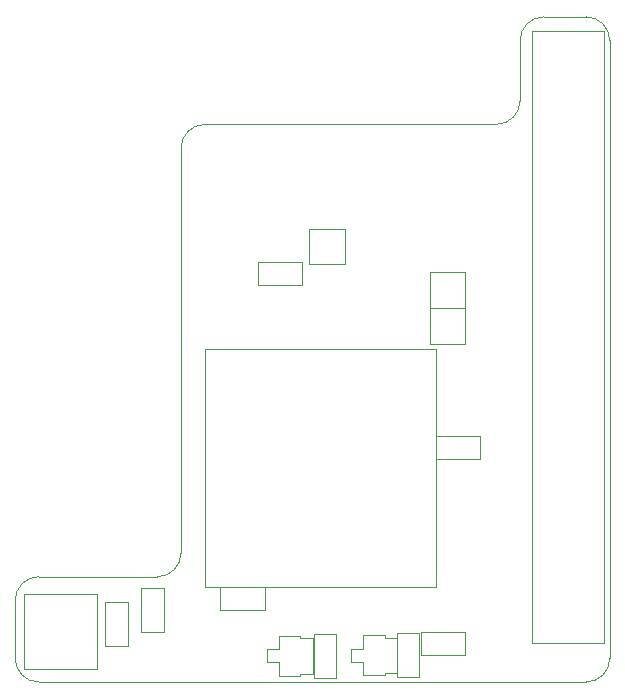
<source format=gbr>
G04 #@! TF.GenerationSoftware,KiCad,Pcbnew,9.0.3*
G04 #@! TF.CreationDate,2026-01-28T23:02:46+01:00*
G04 #@! TF.ProjectId,CM5IO_top,434d3549-4f5f-4746-9f70-2e6b69636164,rev?*
G04 #@! TF.SameCoordinates,Original*
G04 #@! TF.FileFunction,Other,User*
%FSLAX46Y46*%
G04 Gerber Fmt 4.6, Leading zero omitted, Abs format (unit mm)*
G04 Created by KiCad (PCBNEW 9.0.3) date 2026-01-28 23:02:46*
%MOMM*%
%LPD*%
G01*
G04 APERTURE LIST*
%ADD10C,0.050000*%
G04 #@! TA.AperFunction,Profile*
%ADD11C,0.050000*%
G04 #@! TD*
G04 APERTURE END LIST*
D10*
X166316400Y-138578500D02*
X166316400Y-142278500D01*
X166316400Y-142278500D02*
X168216400Y-142278500D01*
X168216400Y-138578500D02*
X166316400Y-138578500D01*
X168216400Y-142278500D02*
X168216400Y-138578500D01*
X189994200Y-142291400D02*
X189994200Y-144191400D01*
X189994200Y-144191400D02*
X193694200Y-144191400D01*
X193694200Y-142291400D02*
X189994200Y-142291400D01*
X193694200Y-144191400D02*
X193694200Y-142291400D01*
X190734600Y-117852200D02*
X190734600Y-114852200D01*
X190734600Y-117852200D02*
X193734600Y-117852200D01*
X193734600Y-114852200D02*
X190734600Y-114852200D01*
X193734600Y-114852200D02*
X193734600Y-117852200D01*
X187940700Y-142391400D02*
X187940700Y-146091400D01*
X187940700Y-146091400D02*
X189840700Y-146091400D01*
X189840700Y-142391400D02*
X187940700Y-142391400D01*
X189840700Y-146091400D02*
X189840700Y-142391400D01*
X156394000Y-139034000D02*
X156394000Y-145384000D01*
X156394000Y-145384000D02*
X162594000Y-145384000D01*
X162594000Y-139034000D02*
X156394000Y-139034000D01*
X162594000Y-145384000D02*
X162594000Y-139034000D01*
X199390000Y-91362000D02*
X199390000Y-143162000D01*
X199390000Y-143162000D02*
X205490000Y-143162000D01*
X205490000Y-91362000D02*
X199390000Y-91362000D01*
X205490000Y-143162000D02*
X205490000Y-91362000D01*
X176211400Y-110957200D02*
X176211400Y-112857200D01*
X176211400Y-112857200D02*
X179911400Y-112857200D01*
X179911400Y-110957200D02*
X176211400Y-110957200D01*
X179911400Y-112857200D02*
X179911400Y-110957200D01*
X180921400Y-142442200D02*
X180921400Y-146142200D01*
X180921400Y-146142200D02*
X182821400Y-146142200D01*
X182821400Y-142442200D02*
X180921400Y-142442200D01*
X182821400Y-146142200D02*
X182821400Y-142442200D01*
X171723794Y-118319200D02*
X171723794Y-138469200D01*
X171723794Y-118319200D02*
X191223794Y-118319200D01*
X191223794Y-138469200D02*
X171723794Y-138469200D01*
X191223794Y-138469200D02*
X191223794Y-118319200D01*
X173006400Y-138486200D02*
X173006400Y-140446200D01*
X173006400Y-140446200D02*
X176766400Y-140446200D01*
X176766400Y-138486200D02*
X173006400Y-138486200D01*
X176766400Y-140446200D02*
X176766400Y-138486200D01*
X176948900Y-143742200D02*
X176948900Y-144842200D01*
X176948900Y-144842200D02*
X177978900Y-144842200D01*
X177978900Y-142592200D02*
X177978900Y-143742200D01*
X177978900Y-143742200D02*
X176948900Y-143742200D01*
X177978900Y-144842200D02*
X177978900Y-145992200D01*
X177978900Y-145992200D02*
X179778900Y-145992200D01*
X179778900Y-142592200D02*
X177978900Y-142592200D01*
X179778900Y-142792200D02*
X179778900Y-142592200D01*
X179778900Y-145792200D02*
X180808900Y-145792200D01*
X179778900Y-145992200D02*
X179778900Y-145792200D01*
X180808900Y-142792200D02*
X179778900Y-142792200D01*
X180808900Y-145792200D02*
X180808900Y-142792200D01*
X163243000Y-139733800D02*
X163243000Y-143433800D01*
X163243000Y-143433800D02*
X165143000Y-143433800D01*
X165143000Y-139733800D02*
X163243000Y-139733800D01*
X165143000Y-143433800D02*
X165143000Y-139733800D01*
X184088200Y-143691400D02*
X184088200Y-144791400D01*
X184088200Y-144791400D02*
X185118200Y-144791400D01*
X185118200Y-142541400D02*
X185118200Y-143691400D01*
X185118200Y-143691400D02*
X184088200Y-143691400D01*
X185118200Y-144791400D02*
X185118200Y-145941400D01*
X185118200Y-145941400D02*
X186918200Y-145941400D01*
X186918200Y-142541400D02*
X185118200Y-142541400D01*
X186918200Y-142741400D02*
X186918200Y-142541400D01*
X186918200Y-145741400D02*
X187948200Y-145741400D01*
X186918200Y-145941400D02*
X186918200Y-145741400D01*
X187948200Y-142741400D02*
X186918200Y-142741400D01*
X187948200Y-145741400D02*
X187948200Y-142741400D01*
X190732400Y-114821200D02*
X190732400Y-111821200D01*
X190732400Y-114821200D02*
X193732400Y-114821200D01*
X193732400Y-111821200D02*
X190732400Y-111821200D01*
X193732400Y-111821200D02*
X193732400Y-114821200D01*
X180523800Y-111146600D02*
X180523800Y-108146600D01*
X180523800Y-111146600D02*
X183523800Y-111146600D01*
X183523800Y-108146600D02*
X180523800Y-108146600D01*
X183523800Y-108146600D02*
X183523800Y-111146600D01*
X191299000Y-125714600D02*
X191299000Y-127614600D01*
X191299000Y-127614600D02*
X194999000Y-127614600D01*
X194999000Y-125714600D02*
X191299000Y-125714600D01*
X194999000Y-127614600D02*
X194999000Y-125714600D01*
D11*
X205975958Y-144508558D02*
G75*
G02*
X203975958Y-146508658I-2000058J-42D01*
G01*
X198381400Y-92190200D02*
G75*
G02*
X200381400Y-90190200I2000000J0D01*
G01*
X205974864Y-92190158D02*
X205975958Y-144508558D01*
X169679400Y-101290400D02*
G75*
G02*
X171679400Y-99290400I2000000J0D01*
G01*
X155633209Y-144508599D02*
X155633210Y-139588499D01*
X169679400Y-135588500D02*
X169679400Y-101290400D01*
X171679400Y-99290400D02*
X196381400Y-99290400D01*
X157633210Y-137588500D02*
X167679400Y-137588500D01*
X200381400Y-90190200D02*
X203974864Y-90190200D01*
X155633210Y-139588499D02*
G75*
G02*
X157633210Y-137588510I1999990J-1D01*
G01*
X198381400Y-97290400D02*
G75*
G02*
X196381400Y-99290400I-2000000J0D01*
G01*
X169679400Y-135588500D02*
G75*
G02*
X167679400Y-137588500I-2000000J0D01*
G01*
X157633209Y-146508600D02*
G75*
G02*
X155633200Y-144508599I-9J2000000D01*
G01*
X198381400Y-97290400D02*
X198381400Y-92190200D01*
X203975958Y-146508600D02*
X157633209Y-146508600D01*
X203974864Y-90190200D02*
G75*
G02*
X205974900Y-92190158I36J-2000000D01*
G01*
M02*

</source>
